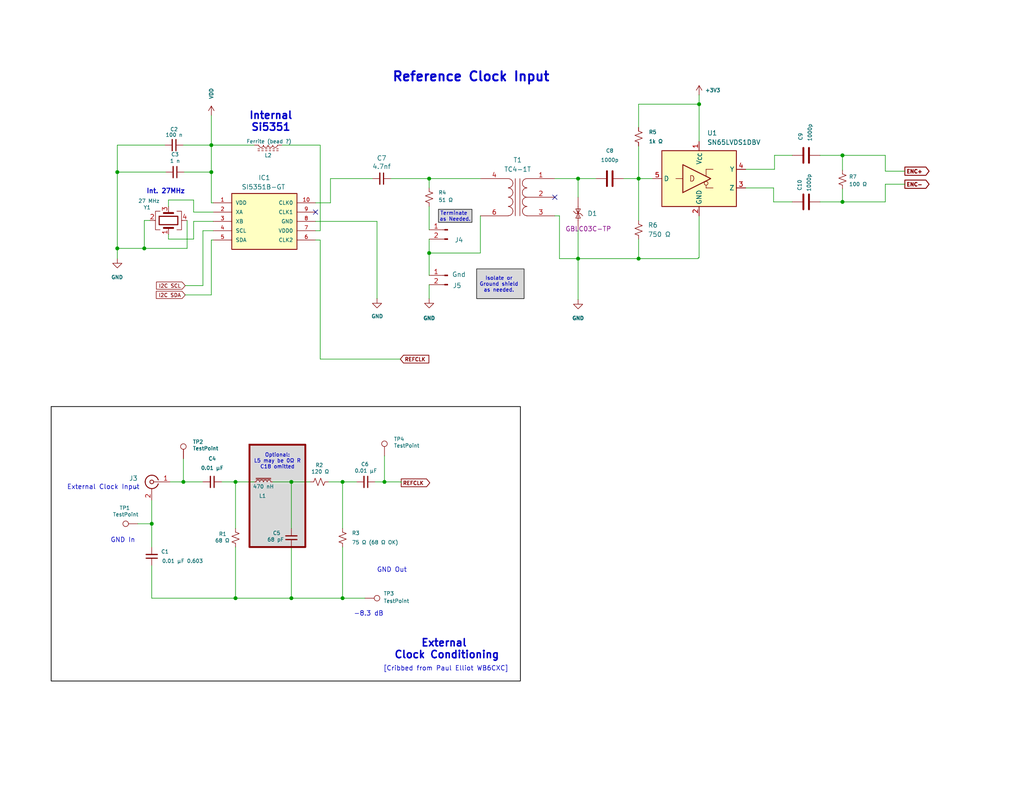
<source format=kicad_sch>
(kicad_sch (version 20231120) (generator "eeschema") (generator_version "8.0")
  (paper "A")
  (title_block (title "PSWS-HF103-proto") (date "2025-06-23") (rev "0.1.0") (company "Dave Witten, KD0EAG") (comment 2 "[ A Minimalist Rework of HF-103 designed by Oskar Stella, ik1xpv ]") (comment 3 "Infineon/Cypress  FX3 DevKit and LTC2208 Demo modules") (comment 4 "A development straw-man based on the"))
  (lib_symbols
    (symbol "Conn_Coaxial_1" (pin_names (offset 1.016) hide)
      (property "Reference" "J" (at 0.254 3.048 0))
      (property "Value" "Conn_Coaxial" (at 2.921 0 90))
      (symbol "Conn_Coaxial_1_0_1"
        (arc (start -1.778 -0.508) (mid 0.2311 -1.8066) (end 1.778 0) (stroke (width 0.254)))
        (polyline (pts (xy -2.54 0) (xy -0.508 0)))
        (polyline (pts (xy 0 -2.54) (xy 0 -1.778)))
        (circle (center 0 0) (radius 0.508) (stroke (width 0.2032)))
        (arc (start 1.778 0) (mid 0.2099 1.8101) (end -1.778 0.508) (stroke (width 0.254)))
      )
      (symbol "Conn_Coaxial_1_1_1"
        (pin passive line (at -5.08 0 0) (length 2.54) (name "In") (number "1"))
        (pin passive line (at 0 -5.08 90) (length 2.54) (name "Ext") (number "2"))
      )
    )
    (symbol "Connector:Conn_01x02_Pin" (pin_names (offset 1.016) hide)
      (property "Reference" "J" (at 0 2.54 0))
      (property "Value" "Conn_01x02_Pin" (at 0 -5.08 0))
      (symbol "Conn_01x02_Pin_1_1"
        (polyline (pts (xy 1.27 -2.54) (xy 0.8636 -2.54)) (stroke (width 0.1524)))
        (polyline (pts (xy 1.27 0) (xy 0.8636 0)) (stroke (width 0.1524)))
        (rectangle (start 0.8636 -2.413) (end 0 -2.667) (stroke (width 0.1524)) (fill (type outline)))
        (rectangle (start 0.8636 0.127) (end 0 -0.127) (stroke (width 0.1524)) (fill (type outline)))
        (pin passive line (at 5.08 0 180) (length 3.81) (name "Pin_1") (number "1"))
        (pin passive line (at 5.08 -2.54 180) (length 3.81) (name "Pin_2") (number "2"))
      )
    )
    (symbol "Connector:TestPoint" (pin_numbers hide) (pin_names (offset 0.762) hide)
      (property "Reference" "TP" (at 0 6.858 0))
      (property "Value" "TestPoint" (at 0 5.08 0))
      (symbol "TestPoint_0_1"
        (circle (center 0 3.302) (radius 0.762))
      )
      (symbol "TestPoint_1_1"
        (pin passive line (at 0 0 90) (length 2.54) (name "1") (number "1"))
      )
    )
    (symbol "Device:C" (pin_numbers hide) (pin_names (offset 0.254))
      (property "Reference" "C" (at 0.635 2.54 0))
      (property "Value" "C" (at 0.635 -2.54 0))
      (symbol "C_0_1"
        (polyline (pts (xy -2.032 -0.762) (xy 2.032 -0.762)) (stroke (width 0.508)))
        (polyline (pts (xy -2.032 0.762) (xy 2.032 0.762)) (stroke (width 0.508)))
      )
      (symbol "C_1_1"
        (pin passive line (at 0 3.81 270) (length 2.794) (name "~") (number "1"))
        (pin passive line (at 0 -3.81 90) (length 2.794) (name "~") (number "2"))
      )
    )
    (symbol "Device:C_Small" (pin_numbers hide) (pin_names (offset 0.254) hide)
      (property "Reference" "C" (at 0.254 1.778 0))
      (property "Value" "C_Small" (at 0.254 -2.032 0))
      (symbol "C_Small_0_1"
        (polyline (pts (xy -1.524 -0.508) (xy 1.524 -0.508)) (stroke (width 0.3302)))
        (polyline (pts (xy -1.524 0.508) (xy 1.524 0.508)) (stroke (width 0.3048)))
      )
      (symbol "C_Small_1_1"
        (pin passive line (at 0 2.54 270) (length 2.032) (name "~") (number "1"))
        (pin passive line (at 0 -2.54 90) (length 2.032) (name "~") (number "2"))
      )
    )
    (symbol "Device:Crystal_GND24" (pin_names (offset 1.016) hide)
      (property "Reference" "Y" (at 3.175 5.08 0))
      (property "Value" "Crystal_GND24" (at 3.175 3.175 0))
      (symbol "Crystal_GND24_0_1"
        (rectangle (start -1.143 2.54) (end 1.143 -2.54) (stroke (width 0.3048)))
        (polyline (pts (xy -2.54 0) (xy -2.032 0)))
        (polyline (pts (xy -2.032 -1.27) (xy -2.032 1.27)) (stroke (width 0.508)))
        (polyline (pts (xy 0 -3.81) (xy 0 -3.556)))
        (polyline (pts (xy 0 3.556) (xy 0 3.81)))
        (polyline (pts (xy 2.032 -1.27) (xy 2.032 1.27)) (stroke (width 0.508)))
        (polyline (pts (xy 2.032 0) (xy 2.54 0)))
        (polyline (pts (xy -2.54 -2.286) (xy -2.54 -3.556) (xy 2.54 -3.556) (xy 2.54 -2.286)))
        (polyline (pts (xy -2.54 2.286) (xy -2.54 3.556) (xy 2.54 3.556) (xy 2.54 2.286)))
      )
      (symbol "Crystal_GND24_1_1"
        (pin passive line (at -3.81 0 0) (length 1.27) (name "1") (number "1"))
        (pin passive line (at 0 5.08 270) (length 1.27) (name "2") (number "2"))
        (pin passive line (at 3.81 0 180) (length 1.27) (name "3") (number "3"))
        (pin passive line (at 0 -5.08 90) (length 1.27) (name "4") (number "4"))
      )
    )
    (symbol "Device:L_Ferrite" (pin_numbers hide) (pin_names (offset 1.016) hide)
      (property "Reference" "L" (at -1.27 0 90))
      (property "Value" "L_Ferrite" (at 2.794 0 90))
      (symbol "L_Ferrite_0_1"
        (arc (start 0 -2.54) (mid 0.6323 -1.905) (end 0 -1.27))
        (arc (start 0 -1.27) (mid 0.6323 -0.635) (end 0 0))
        (polyline (pts (xy 1.016 -2.794) (xy 1.016 -2.286)))
        (polyline (pts (xy 1.016 -1.778) (xy 1.016 -1.27)))
        (polyline (pts (xy 1.016 -0.762) (xy 1.016 -0.254)))
        (polyline (pts (xy 1.016 0.254) (xy 1.016 0.762)))
        (polyline (pts (xy 1.016 1.27) (xy 1.016 1.778)))
        (polyline (pts (xy 1.016 2.286) (xy 1.016 2.794)))
        (polyline (pts (xy 1.524 -2.286) (xy 1.524 -2.794)))
        (polyline (pts (xy 1.524 -1.27) (xy 1.524 -1.778)))
        (polyline (pts (xy 1.524 -0.254) (xy 1.524 -0.762)))
        (polyline (pts (xy 1.524 0.762) (xy 1.524 0.254)))
        (polyline (pts (xy 1.524 1.778) (xy 1.524 1.27)))
        (polyline (pts (xy 1.524 2.794) (xy 1.524 2.286)))
        (arc (start 0 0) (mid 0.6323 0.635) (end 0 1.27))
        (arc (start 0 1.27) (mid 0.6323 1.905) (end 0 2.54))
      )
      (symbol "L_Ferrite_1_1"
        (pin passive line (at 0 3.81 270) (length 1.27) (name "1") (number "1"))
        (pin passive line (at 0 -3.81 90) (length 1.27) (name "2") (number "2"))
      )
    )
    (symbol "Device:L_Iron_Small" (pin_numbers hide) (pin_names (offset 0.254) hide)
      (property "Reference" "L" (at 1.27 1.016 0))
      (property "Value" "L_Iron_Small" (at 1.27 -1.27 0))
      (symbol "L_Iron_Small_0_1"
        (arc (start 0 -2.032) (mid 0.5058 -1.524) (end 0 -1.016))
        (arc (start 0 -1.016) (mid 0.5058 -0.508) (end 0 0))
        (polyline (pts (xy 0.762 2.032) (xy 0.762 -2.032)))
        (polyline (pts (xy 1.016 -2.032) (xy 1.016 2.032)))
        (arc (start 0 0) (mid 0.5058 0.508) (end 0 1.016))
        (arc (start 0 1.016) (mid 0.5058 1.524) (end 0 2.032))
      )
      (symbol "L_Iron_Small_1_1"
        (pin passive line (at 0 2.54 270) (length 0.508) (name "~") (number "1"))
        (pin passive line (at 0 -2.54 90) (length 0.508) (name "~") (number "2"))
      )
    )
    (symbol "Device:R_Small_US" (pin_numbers hide) (pin_names (offset 0.254) hide)
      (property "Reference" "R" (at 0.762 0.508 0))
      (property "Value" "R_Small_US" (at 0.762 -1.016 0))
      (symbol "R_Small_US_1_1"
        (polyline (pts (xy 0 0) (xy 1.016 -0.381) (xy 0 -0.762) (xy -1.016 -1.143) (xy 0 -1.524)))
        (polyline (pts (xy 0 1.524) (xy 1.016 1.143) (xy 0 0.762) (xy -1.016 0.381) (xy 0 0)))
        (pin passive line (at 0 2.54 270) (length 1.016) (name "~") (number "1"))
        (pin passive line (at 0 -2.54 90) (length 1.016) (name "~") (number "2"))
      )
    )
    (symbol "GBLC03C:GBLC03-TP" (pin_numbers hide) (pin_names hide)
      (property "Reference" "D" (at -0.762 2.794 0))
      (symbol "GBLC03-TP_0_0"
        (pin passive line (at -2.54 -3.81 90) (length 2.54) (name "A") (number "2"))
      )
      (symbol "GBLC03-TP_0_1"
        (polyline (pts (xy -2.54 0) (xy -2.54 -1.27)))
        (polyline (pts (xy -2.54 2.54) (xy -2.54 0.635)))
        (polyline (pts (xy -3.81 1.27) (xy -3.175 0.635) (xy -1.905 0.635) (xy -1.27 0)))
        (polyline (pts (xy -2.54 0.635) (xy -1.905 -0.635) (xy -3.175 -0.635) (xy -2.54 0.635)))
        (polyline (pts (xy -2.54 0.635) (xy -3.175 1.905) (xy -1.905 1.905) (xy -2.54 0.635) (xy -2.54 1.27)))
      )
      (symbol "GBLC03-TP_1_1"
        (pin passive line (at -2.54 5.08 270) (length 2.54) (name "K") (number "1"))
      )
    )
    (symbol "Interface:SN65LVDS1DBV"
      (property "Reference" "U" (at -8.89 8.89 0))
      (property "Value" "SN65LVDS1DBV" (at 1.27 8.89 0))
      (symbol "SN65LVDS1DBV_1_0"
        (rectangle (start -10.16 7.62) (end 10.16 -7.62) (stroke (width 0.254)) (fill (type background)))
        (polyline (pts (xy 1.905 -1.778) (xy 1.905 -2.54)))
        (polyline (pts (xy 1.905 0.635) (xy 1.905 2.54)))
        (circle (center 1.905 -1.27) (radius 0.508))
        (text "D" (at -1.905 0 0) (effects (font (size 1.524 1.524))))
      )
      (symbol "SN65LVDS1DBV_1_1"
        (polyline (pts (xy -6.35 0) (xy -4.445 0)))
        (polyline (pts (xy 1.905 -2.54) (xy 3.81 -2.54)))
        (polyline (pts (xy 3.81 2.54) (xy 1.905 2.54)))
        (polyline (pts (xy -4.445 -3.81) (xy -4.445 3.81) (xy 3.175 0) (xy -4.445 -3.81)) (stroke (width 0.254)))
        (pin power_in line (at 0 10.16 270) (length 2.54) (name "V_{CC}") (number "1"))
        (pin power_in line (at 0 -10.16 90) (length 2.54) (name "GND") (number "2"))
        (pin output line (at 12.7 -2.54 180) (length 2.54) (name "Z") (number "3"))
        (pin output line (at 12.7 2.54 180) (length 2.54) (name "Y") (number "4"))
        (pin input line (at -12.7 0 0) (length 2.54) (name "D") (number "5"))
      )
    )
    (symbol "Si5351:SI5351A-B-GT" (pin_names (offset 1.016))
      (property "Reference" "IC" (at 24.13 7.62 0))
      (property "Value" "SI5351A-B-GT" (at 24.13 5.08 0))
      (symbol "SI5351A-B-GT_0_0"
        (rectangle (start 5.08 -12.7) (end 22.86 2.54) (stroke (width 0.254)) (fill (type background)))
        (pin power_in line (at 0 0 0) (length 5.08) (name "VDD") (number "1"))
        (pin bidirectional line (at 27.94 0 180) (length 5.08) (name "CLK0") (number "10"))
        (pin bidirectional line (at 0 -2.54 0) (length 5.08) (name "XA") (number "2"))
        (pin bidirectional line (at 0 -5.08 0) (length 5.08) (name "XB") (number "3"))
        (pin bidirectional line (at 0 -7.62 0) (length 5.08) (name "SCL") (number "4"))
        (pin bidirectional line (at 0 -10.16 0) (length 5.08) (name "SDA") (number "5"))
        (pin bidirectional line (at 27.94 -10.16 180) (length 5.08) (name "CLK2") (number "6"))
        (pin bidirectional line (at 27.94 -7.62 180) (length 5.08) (name "VDD0") (number "7"))
        (pin power_in line (at 27.94 -5.08 180) (length 5.08) (name "GND") (number "8"))
        (pin bidirectional line (at 27.94 -2.54 180) (length 5.08) (name "CLK1") (number "9"))
      )
    )
    (symbol "TC4-1T:Transformer_1P_SS" (pin_names (offset 1.016) hide)
      (property "Reference" "T" (at 0 6.35 0))
      (property "Value" "TC4-1T" (at 0 -7.62 0))
      (symbol "Transformer_1P_SS_0_1"
        (arc (start -2.54 -5.0546) (mid -1.6599 -4.6901) (end -1.27 -3.81))
        (arc (start -2.54 -2.5146) (mid -1.6599 -2.1501) (end -1.27 -1.27))
        (arc (start -2.54 0.0254) (mid -1.6599 0.3899) (end -1.27 1.27))
        (arc (start -2.54 2.5654) (mid -1.6599 2.9299) (end -1.27 3.81))
        (arc (start -1.27 -3.81) (mid -1.642 -2.912) (end -2.54 -2.54))
        (arc (start -1.27 -1.27) (mid -1.642 -0.372) (end -2.54 0))
        (arc (start -1.27 1.27) (mid -1.642 2.168) (end -2.54 2.54))
        (arc (start -1.27 3.81) (mid -1.642 4.708) (end -2.54 5.08))
        (polyline (pts (xy -0.635 5.08) (xy -0.635 -5.08)))
        (polyline (pts (xy 0.635 -5.08) (xy 0.635 5.08)))
        (arc (start 1.2954 -1.27) (mid 1.6599 -2.1501) (end 2.54 -2.5146))
        (arc (start 1.2954 1.27) (mid 1.6599 0.3899) (end 2.54 0.0254))
        (arc (start 1.2954 3.81) (mid 1.6599 2.9299) (end 2.54 2.5654))
        (arc (start 1.3208 -3.81) (mid 1.6853 -4.6901) (end 2.5654 -5.0546))
        (arc (start 2.54 0) (mid 1.642 -0.372) (end 1.2954 -1.27))
        (arc (start 2.54 2.54) (mid 1.642 2.168) (end 1.2954 1.27))
        (arc (start 2.54 5.08) (mid 1.642 4.708) (end 1.2954 3.81))
        (arc (start 2.5654 -2.54) (mid 1.6674 -2.912) (end 1.3208 -3.81))
      )
      (symbol "Transformer_1P_SS_1_1"
        (pin passive line (at 10.16 5.08 180) (length 7.62) (name "SB") (number "1"))
        (pin passive line (at 10.16 0 180) (length 7.62) (name "SC") (number "2"))
        (pin passive line (at 10.16 -5.08 180) (length 7.62) (name "SA") (number "3"))
        (pin passive line (at -10.16 5.08 0) (length 7.62) (name "AA") (number "4"))
        (pin passive line (at -10.16 -5.08 0) (length 7.62) (name "AB") (number "6"))
      )
    )
    (symbol "power:+3V3" (power) (pin_numbers hide) (pin_names (offset 0) hide)
      (property "Value" "+3V3" (at 0 3.556 0))
      (symbol "+3V3_0_1"
        (polyline (pts (xy -0.762 1.27) (xy 0 2.54)))
        (polyline (pts (xy 0 0) (xy 0 2.54)))
        (polyline (pts (xy 0 2.54) (xy 0.762 1.27)))
      )
      (symbol "+3V3_1_1"
        (pin power_in line (at 0 0 90) (length 0) (name "~") (number "1"))
      )
    )
    (symbol "power:GND" (power) (pin_numbers hide) (pin_names (offset 0) hide)
      (property "Value" "GND" (at 0 -3.81 0))
      (symbol "GND_0_1"
        (polyline (pts (xy 0 0) (xy 0 -1.27) (xy 1.27 -1.27) (xy 0 -2.54) (xy -1.27 -1.27) (xy 0 -1.27)))
      )
      (symbol "GND_1_1"
        (pin power_in line (at 0 0 270) (length 0) (name "~") (number "1"))
      )
    )
    (symbol "power:VDD" (power) (pin_numbers hide) (pin_names (offset 0) hide)
      (property "Value" "VDD" (at 0 3.556 0))
      (symbol "VDD_0_1"
        (polyline (pts (xy -0.762 1.27) (xy 0 2.54)))
        (polyline (pts (xy 0 0) (xy 0 2.54)))
        (polyline (pts (xy 0 2.54) (xy 0.762 1.27)))
      )
      (symbol "VDD_1_1"
        (pin power_in line (at 0 0 90) (length 0) (name "~") (number "1"))
      )
    )
  )
  (junction (at 174.244 48.768))
  (junction (at 64.262 163.322))
  (junction (at 39.37 67.818))
  (junction (at 117.094 69.088))
  (junction (at 117.094 48.768))
  (junction (at 79.502 163.322))
  (junction (at 93.472 163.322))
  (junction (at 157.734 70.612))
  (junction (at 157.734 48.768))
  (junction (at 93.472 131.572))
  (junction (at 229.87 42.418))
  (junction (at 104.902 131.572))
  (junction (at 32.004 46.99))
  (junction (at 190.754 28.448))
  (junction (at 229.87 55.118))
  (junction (at 32.004 67.818))
  (junction (at 57.658 46.99))
  (junction (at 174.244 70.612))
  (junction (at 50.038 131.572))
  (junction (at 41.402 143.002))
  (junction (at 79.502 131.572))
  (junction (at 64.262 131.572))
  (junction (at 57.658 39.624))
  (no_connect (at 151.384 53.848))
  (no_connect (at 86.106 57.912))
  (wire (pts (xy 60.452 131.572) (xy 64.262 131.572)))
  (wire (pts (xy 57.658 39.624) (xy 69.342 39.624)))
  (wire (pts (xy 87.376 65.532) (xy 87.376 98.044)))
  (wire (pts (xy 241.554 50.292) (xy 246.888 50.292)))
  (wire (pts (xy 57.658 65.532) (xy 58.166 65.532)))
  (wire (pts (xy 109.474 131.826) (xy 109.474 131.572)))
  (wire (pts (xy 90.17 55.372) (xy 86.106 55.372)))
  (wire (pts (xy 190.754 25.908) (xy 190.754 28.448)))
  (wire (pts (xy 76.962 39.624) (xy 87.376 39.624)))
  (wire (pts (xy 211.074 51.308) (xy 211.074 55.118)))
  (wire (pts (xy 102.87 60.452) (xy 86.106 60.452)))
  (wire (pts (xy 51.054 60.198) (xy 51.054 67.818)))
  (wire (pts (xy 93.472 163.322) (xy 99.568 163.322)))
  (wire (pts (xy 45.974 65.278) (xy 52.832 65.278)))
  (wire (pts (xy 117.094 69.088) (xy 117.094 75.184)))
  (wire (pts (xy 117.094 69.088) (xy 131.064 69.088)))
  (wire (pts (xy 157.734 48.768) (xy 157.734 53.848)))
  (wire (pts (xy 190.5 70.358) (xy 190.5 70.612)))
  (wire (pts (xy 152.654 70.612) (xy 157.734 70.612)))
  (wire (pts (xy 39.37 67.818) (xy 51.054 67.818)))
  (wire (pts (xy 151.384 48.768) (xy 157.734 48.768)))
  (wire (pts (xy 241.554 50.292) (xy 241.554 55.118)))
  (wire (pts (xy 90.17 48.768) (xy 90.17 55.372)))
  (wire (pts (xy 174.244 28.448) (xy 190.754 28.448)))
  (wire (pts (xy 106.68 48.768) (xy 117.094 48.768)))
  (wire (pts (xy 57.658 31.496) (xy 57.658 39.624)))
  (wire (pts (xy 229.87 55.118) (xy 241.554 55.118)))
  (wire (pts (xy 190.754 28.448) (xy 190.754 38.608)))
  (wire (pts (xy 223.774 42.418) (xy 229.87 42.418)))
  (wire (pts (xy 93.472 149.352) (xy 93.472 163.322)))
  (wire (pts (xy 41.402 154.432) (xy 41.402 163.322)))
  (wire (pts (xy 32.004 39.624) (xy 32.004 46.99)))
  (wire (pts (xy 174.244 65.278) (xy 174.244 70.612)))
  (wire (pts (xy 174.244 48.768) (xy 174.244 60.198)))
  (wire (pts (xy 32.004 46.99) (xy 45.212 46.99)))
  (wire (pts (xy 211.328 46.228) (xy 211.328 42.418)))
  (wire (pts (xy 117.094 77.724) (xy 117.094 81.534)))
  (wire (pts (xy 64.262 163.322) (xy 79.502 163.322)))
  (wire (pts (xy 117.094 56.388) (xy 117.094 62.738)))
  (wire (pts (xy 57.658 55.372) (xy 58.166 55.372)))
  (wire (pts (xy 90.17 48.768) (xy 101.6 48.768)))
  (wire (pts (xy 57.658 80.518) (xy 57.658 65.532)))
  (wire (pts (xy 157.734 48.768) (xy 162.56 48.768)))
  (wire (pts (xy 41.402 143.002) (xy 41.402 149.352)))
  (wire (pts (xy 50.038 39.624) (xy 57.658 39.624)))
  (wire (pts (xy 79.502 163.322) (xy 93.472 163.322)))
  (wire (pts (xy 229.87 42.418) (xy 241.554 42.418)))
  (wire (pts (xy 79.502 131.572) (xy 79.502 144.272)))
  (wire (pts (xy 52.832 65.278) (xy 52.832 60.452)))
  (wire (pts (xy 45.974 54.61) (xy 45.974 56.388)))
  (wire (pts (xy 157.734 62.738) (xy 157.734 70.612)))
  (wire (pts (xy 174.244 70.612) (xy 190.5 70.612)))
  (wire (pts (xy 55.372 62.992) (xy 58.166 62.992)))
  (wire (pts (xy 41.402 163.322) (xy 64.262 163.322)))
  (wire (pts (xy 55.372 62.992) (xy 55.372 77.978)))
  (wire (pts (xy 64.262 149.352) (xy 64.262 163.322)))
  (wire (pts (xy 57.658 46.99) (xy 57.658 55.372)))
  (wire (pts (xy 52.832 60.452) (xy 58.166 60.452)))
  (wire (pts (xy 52.832 57.912) (xy 58.166 57.912)))
  (wire (pts (xy 174.244 48.768) (xy 178.054 48.768)))
  (wire (pts (xy 157.734 70.612) (xy 174.244 70.612)))
  (wire (pts (xy 203.454 46.228) (xy 211.328 46.228)))
  (wire (pts (xy 131.064 58.928) (xy 131.064 69.088)))
  (wire (pts (xy 64.262 131.572) (xy 69.342 131.572)))
  (wire (pts (xy 46.482 131.572) (xy 50.038 131.572)))
  (wire (pts (xy 39.37 60.198) (xy 39.37 67.818)))
  (wire (pts (xy 87.376 98.044) (xy 109.22 98.044)))
  (wire (pts (xy 104.902 131.572) (xy 109.474 131.572)))
  (wire (pts (xy 203.454 51.308) (xy 211.074 51.308)))
  (wire (pts (xy 32.004 67.818) (xy 32.004 70.612)))
  (wire (pts (xy 41.402 136.652) (xy 41.402 143.002)))
  (wire (pts (xy 50.292 46.99) (xy 57.658 46.99)))
  (wire (pts (xy 190.754 70.358) (xy 190.754 58.928)))
  (wire (pts (xy 117.094 65.278) (xy 117.094 69.088)))
  (wire (pts (xy 50.038 125.222) (xy 50.038 131.572)))
  (wire (pts (xy 93.472 131.572) (xy 93.472 144.272)))
  (wire (pts (xy 211.074 55.118) (xy 216.154 55.118)))
  (wire (pts (xy 117.094 48.768) (xy 117.094 51.308)))
  (wire (pts (xy 57.658 39.624) (xy 57.658 46.99)))
  (wire (pts (xy 157.734 70.612) (xy 157.734 81.788)))
  (wire (pts (xy 93.472 131.572) (xy 97.282 131.572)))
  (wire (pts (xy 86.106 65.532) (xy 87.376 65.532)))
  (wire (pts (xy 174.244 34.798) (xy 174.244 28.448)))
  (wire (pts (xy 211.328 42.418) (xy 216.154 42.418)))
  (wire (pts (xy 50.038 131.572) (xy 55.372 131.572)))
  (wire (pts (xy 87.376 39.624) (xy 87.376 62.992)))
  (wire (pts (xy 32.004 46.99) (xy 32.004 67.818)))
  (wire (pts (xy 229.87 42.418) (xy 229.87 46.482)))
  (wire (pts (xy 74.422 131.572) (xy 79.502 131.572)))
  (wire (pts (xy 152.654 58.928) (xy 151.384 58.928)))
  (wire (pts (xy 104.902 124.46) (xy 104.902 131.572)))
  (wire (pts (xy 89.662 131.572) (xy 93.472 131.572)))
  (wire (pts (xy 152.654 58.928) (xy 152.654 70.612)))
  (wire (pts (xy 45.974 65.278) (xy 45.974 64.008)))
  (wire (pts (xy 79.502 131.572) (xy 84.582 131.572)))
  (wire (pts (xy 223.774 55.118) (xy 229.87 55.118)))
  (wire (pts (xy 40.894 60.198) (xy 39.37 60.198)))
  (wire (pts (xy 102.362 131.572) (xy 104.902 131.572)))
  (wire (pts (xy 45.974 54.61) (xy 52.832 54.61)))
  (wire (pts (xy 241.554 46.736) (xy 241.554 42.418)))
  (wire (pts (xy 241.554 46.736) (xy 246.888 46.736)))
  (wire (pts (xy 174.244 39.878) (xy 174.244 48.768)))
  (wire (pts (xy 170.18 48.768) (xy 174.244 48.768)))
  (wire (pts (xy 229.87 55.118) (xy 229.87 51.562)))
  (wire (pts (xy 37.592 143.002) (xy 41.402 143.002)))
  (wire (pts (xy 190.5 70.358) (xy 190.754 70.358)))
  (wire (pts (xy 117.094 48.768) (xy 131.064 48.768)))
  (wire (pts (xy 87.376 62.992) (xy 86.106 62.992)))
  (wire (pts (xy 50.546 77.978) (xy 55.372 77.978)))
  (wire (pts (xy 64.262 131.572) (xy 64.262 144.272)))
  (wire (pts (xy 50.546 80.518) (xy 57.658 80.518)))
  (wire (pts (xy 79.502 149.352) (xy 79.502 163.322)))
  (wire (pts (xy 44.958 39.624) (xy 32.004 39.624)))
  (wire (pts (xy 52.832 54.61) (xy 52.832 57.912)))
  (wire (pts (xy 32.004 67.818) (xy 39.37 67.818)))
  (wire (pts (xy 102.87 81.534) (xy 102.87 60.452)))
  (rectangle (start 13.97 110.998) (end 141.986 185.928) (stroke (width 0.2) (color 0 0 0 1)))
  (rectangle (start 68.072 121.412) (end 83.312 149.352) (stroke (width 0.5) (color 132 0 0 0.42)) (fill (type color) (color 0 0 0 0.15)))
  (text_box "" (at 119.634 57.15 0) (size 9.144 3.556) (stroke (width 0) (color 0 0 0 1)) (fill (type color) (color 0 0 0 0.15)) (effects (font (size 1 1)) (justify top)))
  (text_box "" (at 130.048 73.406 0) (size 12.954 8.128) (stroke (width 0) (color 0 0 0 1)) (fill (type color) (color 0 0 0 0.15)) (effects (font (size 1 1)) (justify top)))
  (text "GND In" (at 33.528 147.574 0) (effects (font (size 1.27 1.27))))
  (text "Terminate \nas Needed.\n" (at 124.206 59.182 0) (effects (font (size 1 1))))
  (text "GND Out" (at 106.934 155.702 0) (effects (font (size 1.27 1.27))))
  (text "Int. 27MHz" (at 45.212 52.324 0) (effects (font (size 1.27 1.27) (thickness 0.254) (bold yes))))
  (text "Optional:\nL5 may be 0Ω R\nC18 omitted" (at 75.692 125.984 0) (effects (font (size 1 1))))
  (text "External \nClock Conditioning" (at 121.92 180.086 0) (effects (font (size 2 2) (bold yes)) (justify bottom)))
  (text "External Clock Input" (at 28.194 133.096 0) (effects (font (size 1.27 1.27))))
  (text "Isolate or\nGround shield\nas needed." (at 136.144 77.724 0) (effects (font (size 1 1))))
  (text "-8.3 dB" (at 100.584 167.64 0) (effects (font (size 1.27 1.27))))
  (text "[Cribbed from Paul Elliot WB6CXC]" (at 121.666 182.626 0) (effects (font (size 1.27 1.27))))
  (text "Internal\nSi5351" (at 73.914 36.068 0) (effects (font (size 2 2) (bold yes)) (justify bottom)))
  (text "Reference Clock Input" (at 128.524 21.082 0) (effects (font (size 2.54 2.54) (thickness 0.508) (bold yes))))
  (global_label "REFCLK" (shape input) (at 109.22 98.044 0) (effects (font (size 1 1) (thickness 0.2) (bold yes))) (property "Intersheetrefs" "${INTERSHEET_REFS}" (at 117.5167 98.044 0) (effects (font (thickness 0.254) (bold yes)) (justify left))))
  (global_label "REFCLK" (shape output) (at 109.474 131.826 0) (effects (font (size 1 1) (thickness 0.2) (bold yes))) (property "Intersheetrefs" "${INTERSHEET_REFS}" (at 117.7707 131.826 0) (effects (font (thickness 0.254) (bold yes)) (justify left))))
  (global_label "I2C SCL" (shape input) (at 50.546 77.978 180) (effects (font (size 1 1))) (property "Intersheetrefs" "${INTERSHEET_REFS}" (at 42.2433 77.978 0) (effects (font (thickness 0.254) (bold yes)) (justify right))))
  (global_label "ENC-" (shape output) (at 246.888 50.292 0) (effects (font (size 1 1) (thickness 0.254) (bold yes))) (property "Intersheetrefs" "${INTERSHEET_REFS}" (at 254.0538 50.292 0) (effects (justify left))))
  (global_label "I2C SDA" (shape input) (at 50.546 80.518 180) (effects (font (size 1 1))) (property "Intersheetrefs" "${INTERSHEET_REFS}" (at 42.1957 80.518 0) (effects (font (thickness 0.254) (bold yes)) (justify right))))
  (global_label "ENC+" (shape output) (at 246.888 46.736 0) (effects (font (size 1 1) (thickness 0.254) (bold yes))) (property "Intersheetrefs" "${INTERSHEET_REFS}" (at 254.0538 46.736 0) (effects (justify left))))
  (symbol (lib_id "Connector:TestPoint") (at 99.568 163.322 270) (unit 1)
    (property "Reference" "TP3" (at 104.648 162.052 90) (effects (font (size 1 1)) (justify left)))
    (property "Value" "TestPoint" (at 104.648 164.084 90) (effects (font (size 1 1)) (justify left)))
    (property "Footprint" "TestPoint:TestPoint_Plated_Hole_D2.0mm" (effects (hide yes)))
    (property "Description" "test point" (effects (hide yes)))
  )
  (symbol (lib_id "Device:Crystal_GND24") (at 45.974 60.198 90) (unit 1)
    (property "Reference" "Y1" (at 40.132 56.642 90) (effects (font (size 1 1))))
    (property "Value" "27 MHz" (at 40.64 54.864 90) (effects (font (size 1 1))))
    (property "Footprint" "Oscillator:Oscillator_DIP-8" (effects (hide yes)))
    (property "Description" "Four pin crystal, GND on pins 2 and 4" (effects (hide yes)))
  )
  (symbol (lib_id "Device:R_Small_US") (at 87.122 131.572 90) (unit 1)
    (property "Reference" "R2" (at 87.122 127 90) (effects (font (size 1 1))))
    (property "Value" "120 Ω" (at 87.376 128.778 90) (effects (font (size 1 1))))
    (property "Footprint" "Resistor_SMD:R_0603_1608Metric" (effects (hide yes)))
    (property "Description" "Resistor, small US symbol" (effects (hide yes)))
  )
  (symbol (lib_id "Device:C") (at 219.964 55.118 90) (unit 1)
    (property "Reference" "C10" (at 218.186 52.07 0) (effects (font (size 1 1)) (justify left)))
    (property "Value" "1000p" (at 220.726 52.324 0) (effects (font (size 1 1)) (justify left)))
    (property "Footprint" "Capacitor_SMD:C_0805_2012Metric" (effects (hide yes)))
    (property "Description" "Unpolarized capacitor" (effects (hide yes)))
  )
  (symbol (lib_id "Device:C_Small") (at 79.502 146.812 180) (unit 1)
    (property "Reference" "C5" (at 74.422 145.542 0) (effects (font (size 1 1)) (justify right)))
    (property "Value" "68 pF" (at 72.898 147.32 0) (effects (font (size 1 1)) (justify right)))
    (property "Footprint" "Capacitor_SMD:C_0805_2012Metric" (effects (hide yes)))
    (property "Description" "Unpolarized capacitor, small symbol" (effects (hide yes)))
  )
  (symbol (lib_id "Device:R_Small_US") (at 117.094 53.848 0) (unit 1)
    (property "Reference" "R4" (at 119.634 52.5779 0) (effects (font (size 1 1)) (justify left)))
    (property "Value" "51 Ω" (at 119.634 54.61 0) (effects (font (size 1 1)) (justify left)))
    (property "Footprint" "Resistor_SMD:R_0603_1608Metric" (effects (hide yes)))
    (property "Description" "Resistor, small US symbol" (effects (hide yes)))
  )
  (symbol (lib_id "Device:C_Small") (at 41.402 151.892 180) (unit 1)
    (property "Reference" "C1" (at 43.942 150.6155 0) (effects (font (size 1 1)) (justify right)))
    (property "Value" "0.01 μF 0.603" (at 44.196 153.162 0) (effects (font (size 1 1)) (justify right)))
    (property "Footprint" "Capacitor_SMD:C_0201_0603Metric" (effects (hide yes)))
    (property "Description" "Unpolarized capacitor, small symbol" (effects (hide yes)))
  )
  (symbol (lib_id "Device:L_Ferrite") (at 73.152 39.624 270) (unit 1)
    (property "Reference" "L2" (at 73.152 42.418 90) (effects (font (size 1 1))))
    (property "Value" "Ferrite (bead ?)" (at 73.406 38.608 90) (effects (font (size 1 1))))
    (property "Description" "Inductor with ferrite core" (effects (hide yes)))
  )
  (symbol (lib_id "Device:C_Small") (at 104.14 48.768 270) (unit 1)
    (property "Reference" "C7" (at 104.14 43.18 90))
    (property "Value" "4.7nf" (at 104.14 45.466 90))
    (property "Footprint" "Capacitor_SMD:C_0402_1005Metric" (effects (hide yes)))
    (property "Description" "Unpolarized capacitor, small symbol" (effects (hide yes)))
  )
  (symbol (lib_id "Device:C_Small") (at 99.822 131.572 270) (unit 1)
    (property "Reference" "C6" (at 99.568 126.746 90) (effects (font (size 1 1))))
    (property "Value" "0.01 μF" (at 99.822 128.524 90) (effects (font (size 1 1))))
    (property "Footprint" "Capacitor_SMD:C_0805_2012Metric" (effects (hide yes)))
    (property "Description" "Unpolarized capacitor, small symbol" (effects (hide yes)))
  )
  (symbol (lib_id "power:GND") (at 102.87 81.534 0) (unit 1)
    (property "Reference" "#PWR3" (effects (hide yes)))
    (property "Value" "GND" (at 104.648 86.36 0) (effects (font (size 1 1) (thickness 0.2) (bold yes)) (justify right)))
    (property "Description" "Power symbol creates a global label with name \"GND\" , ground" (effects (hide yes)))
  )
  (symbol (lib_id "Interface:SN65LVDS1DBV") (at 190.754 48.768 0) (unit 1)
    (property "Reference" "U1" (at 192.9481 36.322 0) (effects (justify left)))
    (property "Value" "SN65LVDS1DBV" (at 192.9481 38.862 0) (effects (justify left)))
    (property "Footprint" "Package_TO_SOT_SMD:SOT-23-5" (effects (hide yes)))
    (property "Datasheet" "http://www.ti.com/lit/ds/symlink/sn65lvds1.pdf" (effects (hide yes)))
    (property "Description" "High-Speed Differential Line Driver, 630Mbps, SOT-23-5" (effects (hide yes)))
  )
  (symbol (lib_id "Device:C") (at 219.964 42.418 90) (unit 1)
    (property "Reference" "C9" (at 218.44 38.354 0) (effects (font (size 1 1)) (justify left)))
    (property "Value" "1000p" (at 220.98 38.608 0) (effects (font (size 1 1)) (justify left)))
    (property "Footprint" "Capacitor_SMD:C_0805_2012Metric" (effects (hide yes)))
    (property "Description" "Unpolarized capacitor" (effects (hide yes)))
  )
  (symbol (lib_id "Si5351:SI5351A-B-GT") (at 58.166 55.372 0) (unit 1)
    (property "Reference" "IC1" (at 72.136 48.514 0))
    (property "Value" "SI5351B-GT" (at 71.882 51.054 0))
    (property "Footprint" "SI5351A-B-GT:SOP50P490X110-10N" (effects (hide yes)))
    (property "MANUFACTURER_NAME" "Silicon Labs" (effects (hide yes)))
    (property "MF" "Skyworks Solutions Inc." (effects (hide yes)))
    (property "DESCRIPTION" "Clock Generator, Si5351A-B-GT Silicon Labs Si5351A-B-GT, Clock Generator 100MHz 55%, 10-Pin MSOP" (effects (hide yes)))
    (property "MOUSER_PART_NUMBER" "634-SI5351A-B-GT" (effects (hide yes)))
    (property "Price" "None" (effects (hide yes)))
    (property "Package" "None" (effects (hide yes)))
    (property "Check_prices" "https://www.snapeda.com/parts/SI5351A-B-GT/Skyworks+Solution%252C+Inc./view-part/?ref=eda" (effects (hide yes)))
    (property "HEIGHT" "1.1mm" (effects (hide yes)))
    (property "SnapEDA_Link" "https://www.snapeda.com/parts/SI5351A-B-GT/Skyworks+Solution%252C+Inc./view-part/?ref=snap" (effects (hide yes)))
    (property "MP" "SI5351A-B-GT" (effects (hide yes)))
    (property "Description_1" "\n                        \n                            Clock Generator IC 200MHz 2 10-TFSOP, 10-MSOP (0.118, 3.00mm Width)\n                        \n" (effects (hide yes)))
    (property "Availability" "In Stock" (effects (hide yes)))
    (property "MANUFACTURER_PART_NUMBER" "Si5351A-B-GT" (effects (hide yes)))
  )
  (symbol (lib_id "power:VDD") (at 57.658 31.496 0) (unit 1)
    (property "Reference" "#PWR2" (effects (hide yes)))
    (property "Value" "VDD" (at 57.658 27.178 90) (effects (font (size 1 1) (thickness 0.2) (bold yes)) (justify left)))
    (property "Description" "Power symbol creates a global label with name \"VDD\"" (effects (hide yes)))
  )
  (symbol (lib_id "Device:R_Small_US") (at 174.244 37.338 0) (unit 1)
    (property "Reference" "R5" (at 177.038 36.068 0) (effects (font (size 1 1)) (justify left)))
    (property "Value" "1k Ω" (at 177.038 38.608 0) (effects (font (size 1 1)) (justify left)))
    (property "Footprint" "Resistor_SMD:R_0603_1608Metric" (effects (hide yes)))
    (property "Description" "Resistor, small US symbol" (effects (hide yes)))
  )
  (symbol (lib_id "Device:R_Small_US") (at 93.472 146.812 0) (unit 1)
    (property "Reference" "R3" (at 96.012 145.542 0) (effects (font (size 1 1)) (justify left)))
    (property "Value" "75 Ω (68 Ω OK)" (at 96.012 148.082 0) (effects (font (size 1 1)) (justify left)))
    (property "Footprint" "Resistor_SMD:R_0603_1608Metric" (effects (hide yes)))
    (property "Description" "Resistor, small US symbol" (effects (hide yes)))
  )
  (symbol (lib_id "Device:L_Iron_Small") (at 71.882 131.572 90) (unit 1)
    (property "Reference" "L1" (at 71.628 135.382 90) (effects (font (size 1 1))))
    (property "Value" "470 nH" (at 71.882 132.842 90) (effects (font (size 1 1))))
    (property "Description" "Inductor with iron core, small symbol" (effects (hide yes)))
  )
  (symbol (lib_id "power:GND") (at 117.094 81.534 0) (unit 1)
    (property "Reference" "#PWR4" (effects (hide yes)))
    (property "Value" "GND" (at 117.094 86.868 0) (effects (font (size 1 1) (thickness 0.254) (bold yes))))
    (property "Description" "Power symbol creates a global label with name \"GND\" , ground" (effects (hide yes)))
  )
  (symbol (lib_id "Device:R_Small_US") (at 174.244 62.738 0) (unit 1)
    (property "Reference" "R6" (at 176.784 61.4679 0) (effects (justify left)))
    (property "Value" "750 Ω" (at 176.784 64.0079 0) (effects (justify left)))
    (property "Footprint" "Resistor_SMD:R_0603_1608Metric" (effects (hide yes)))
    (property "Description" "Resistor, small US symbol" (effects (hide yes)))
  )
  (symbol (lib_id "GBLC03C:GBLC03-TP") (at 160.274 58.928 0) (unit 1)
    (property "Reference" "D1" (at 160.274 58.2929 0) (effects (justify left)))
    (property "Datasheet" "GBLC03C-TP" (at 160.528 62.484 0))
  )
  (symbol (lib_id "Connector:TestPoint") (at 37.592 143.002 90) (unit 1)
    (property "Reference" "TP1" (at 34.036 138.684 90) (effects (font (size 1 1))))
    (property "Value" "TestPoint" (at 34.29 140.462 90) (effects (font (size 1 1))))
    (property "Footprint" "TestPoint:TestPoint_Plated_Hole_D2.0mm" (effects (hide yes)))
    (property "Description" "test point" (effects (hide yes)))
  )
  (symbol (lib_id "Connector:TestPoint") (at 50.038 125.222 0) (unit 1)
    (property "Reference" "TP2" (at 52.578 120.65 0) (effects (font (size 1 1)) (justify left)))
    (property "Value" "TestPoint" (at 52.578 122.428 0) (effects (font (size 1 1)) (justify left)))
    (property "Footprint" "TestPoint:TestPoint_Plated_Hole_D2.0mm" (effects (hide yes)))
    (property "Description" "test point" (effects (hide yes)))
  )
  (symbol (lib_id "Connector:Conn_01x02_Pin") (at 122.174 62.738 0) (mirror y) (unit 1)
    (property "Reference" "J4" (at 125.222 65.532 0))
    (property "Value" "Gnd" (effects (hide yes)))
    (property "Description" "Generic connector, single row, 01x02, script generated" (effects (hide yes)))
  )
  (symbol (lib_id "power:GND") (at 157.734 81.788 0) (unit 1)
    (property "Reference" "#PWR5" (effects (hide yes)))
    (property "Value" "GND" (at 157.734 86.868 0) (effects (font (size 1 1) (thickness 0.254) (bold yes))))
    (property "Description" "Power symbol creates a global label with name \"GND\" , ground" (effects (hide yes)))
  )
  (symbol (lib_id "Device:C_Small") (at 47.752 46.99 270) (unit 1)
    (property "Reference" "C3" (at 47.752 42.164 90) (effects (font (size 1 1))))
    (property "Value" "1 n" (at 47.752 43.942 90) (effects (font (size 1 1))))
    (property "Footprint" "Capacitor_SMD:C_0805_2012Metric" (effects (hide yes)))
    (property "Description" "Unpolarized capacitor, small symbol" (effects (hide yes)))
  )
  (symbol (lib_id "Device:C_Small") (at 57.912 131.572 270) (unit 1)
    (property "Reference" "C4" (at 57.9056 125.222 90) (effects (font (size 1 1))))
    (property "Value" "0.01 μF" (at 57.9056 127.762 90) (effects (font (size 1 1))))
    (property "Footprint" "Capacitor_SMD:C_0805_2012Metric" (effects (hide yes)))
    (property "Description" "Unpolarized capacitor, small symbol" (effects (hide yes)))
  )
  (symbol (lib_id "power:+3V3") (at 190.754 25.908 0) (unit 1)
    (property "Reference" "#PWR6" (effects (hide yes)))
    (property "Value" "+3V3" (at 192.278 24.638 0) (effects (font (size 1 1) (thickness 0.2) (bold yes)) (justify left)))
    (property "Description" "Power symbol creates a global label with name \"+3V3\"" (effects (hide yes)))
  )
  (symbol (lib_id "Device:C") (at 166.37 48.768 90) (unit 1)
    (property "Reference" "C8" (at 166.37 41.148 90) (effects (font (size 1 1))))
    (property "Value" "1000p" (at 166.37 43.688 90) (effects (font (size 1 1))))
    (property "Footprint" "Capacitor_SMD:C_0805_2012Metric" (effects (hide yes)))
    (property "Description" "Unpolarized capacitor" (effects (hide yes)))
  )
  (symbol (lib_id "Connector:Conn_01x02_Pin") (at 122.174 75.184 0) (mirror y) (unit 1)
    (property "Reference" "J5" (at 124.714 77.978 0))
    (property "Value" "Gnd" (at 125.222 74.93 0))
    (property "Description" "Generic connector, single row, 01x02, script generated" (effects (hide yes)))
  )
  (symbol (lib_id "TC4-1T:Transformer_1P_SS") (at 141.224 53.848 0) (unit 1)
    (property "Reference" "T1" (at 141.2367 43.688 0))
    (property "Value" "TC4-1T" (at 141.2367 46.228 0))
  )
  (symbol (lib_id "Device:R_Small_US") (at 64.262 146.812 0) (unit 1)
    (property "Reference" "R1" (at 59.69 145.796 0) (effects (font (size 1 1)) (justify left)))
    (property "Value" "68 Ω" (at 58.674 147.574 0) (effects (font (size 1 1)) (justify left)))
    (property "Footprint" "Resistor_SMD:R_0603_1608Metric" (effects (hide yes)))
    (property "Description" "Resistor, small US symbol" (effects (hide yes)))
  )
  (symbol (lib_id "Connector:TestPoint") (at 104.902 124.46 0) (unit 1)
    (property "Reference" "TP4" (at 107.442 119.888 0) (effects (font (size 1 1)) (justify left)))
    (property "Value" "TestPoint" (at 107.442 121.666 0) (effects (font (size 1 1)) (justify left)))
    (property "Footprint" "TestPoint:TestPoint_Plated_Hole_D2.0mm" (effects (hide yes)))
    (property "Description" "test point" (effects (hide yes)))
  )
  (symbol (lib_id "Device:R_Small_US") (at 229.87 49.022 0) (unit 1)
    (property "Reference" "R7" (at 231.648 48.26 0) (effects (font (size 1 1)) (justify left)))
    (property "Value" "100 Ω" (at 231.648 50.292 0) (effects (font (size 1 1)) (justify left)))
    (property "Footprint" "Resistor_SMD:R_0603_1608Metric" (effects (hide yes)))
    (property "Description" "Resistor, small US symbol" (effects (hide yes)))
  )
  (symbol (lib_id "power:GND") (at 32.004 70.612 0) (unit 1)
    (property "Reference" "#PWR1" (effects (hide yes)))
    (property "Value" "GND" (at 30.226 75.692 0) (effects (font (size 1 1) (thickness 0.2) (bold yes)) (justify left)))
    (property "Description" "Power symbol creates a global label with name \"GND\" , ground" (effects (hide yes)))
  )
  (symbol (lib_name "Conn_Coaxial_1") (lib_id "Connector:Conn_Coaxial") (at 41.402 131.572 0) (mirror y) (unit 1)
    (property "Reference" "J3" (at 37.592 130.5951 0) (effects (justify left)))
    (property "Value" "~" (at 37.592 133.1351 0) (effects (font (size 1 1)) (justify left)))
    (property "Description" "coaxial connector (BNC, SMA, SMB, SMC, Cinch/RCA, LEMO, ...)" (effects (hide yes)))
  )
  (symbol (lib_id "Device:C_Small") (at 47.498 39.624 270) (unit 1)
    (property "Reference" "C2" (at 47.498 35.306 90) (effects (font (size 1 1))))
    (property "Value" "100 n" (at 47.498 36.83 90) (effects (font (size 1 1))))
    (property "Footprint" "Capacitor_SMD:C_0805_2012Metric" (effects (hide yes)))
    (property "Description" "Unpolarized capacitor, small symbol" (effects (hide yes)))
  )
)
</source>
